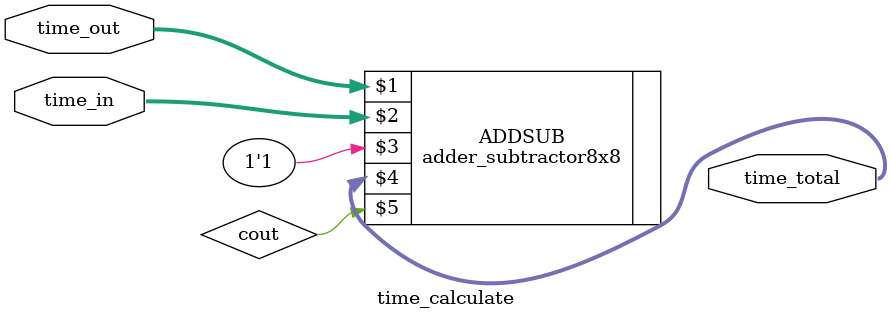
<source format=v>
/*--  *******************************************************
  --  Computer Architecture Course, Laboratory Sources 
  --  Amirkabir University of Technology (Tehran Polytechnic)
  --  Department of Computer Engineering (CE-AUT)
  --  https://ce[dot]aut[dot]ac[dot]ir
  --  *******************************************************
  --  All Rights reserved (C) 2021-2022
  --  *******************************************************
  --  Student ID  : 9931066 & 9931054
  --  Student Name: Amirhossein Iravanimanesh & Manni Moghimi
  --  Student Mail: 
  --  *******************************************************
  --  Additional Comments:
  --
  --*/

/*-----------------------------------------------------------
  ---  Module Name: time_calculate
  -----------------------------------------------------------*/
`timescale 1 ns/1 ns
module time_calculate(
	time_out,
	time_in,
	time_total);
	input [7:0] time_out;
	input [7:0] time_in;
	output [7:0] time_total;
	wire cout ;
	adder_subtractor8x8 ADDSUB(time_out , time_in , 1'b1 , time_total , cout) ;
endmodule
</source>
